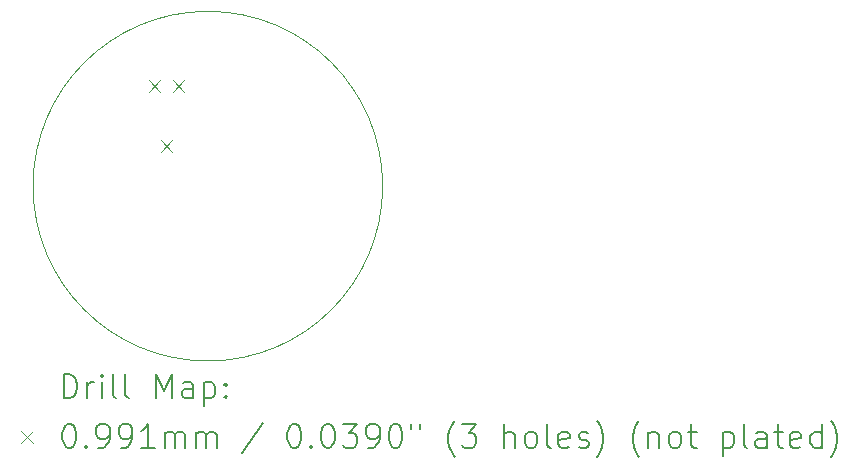
<source format=gbr>
%TF.GenerationSoftware,KiCad,Pcbnew,8.0.6*%
%TF.CreationDate,2025-07-21T23:48:52+02:00*%
%TF.ProjectId,nRF5340,6e524635-3334-4302-9e6b-696361645f70,rev?*%
%TF.SameCoordinates,Original*%
%TF.FileFunction,Drillmap*%
%TF.FilePolarity,Positive*%
%FSLAX45Y45*%
G04 Gerber Fmt 4.5, Leading zero omitted, Abs format (unit mm)*
G04 Created by KiCad (PCBNEW 8.0.6) date 2025-07-21 23:48:52*
%MOMM*%
%LPD*%
G01*
G04 APERTURE LIST*
%ADD10C,0.050000*%
%ADD11C,0.200000*%
%ADD12C,0.100000*%
G04 APERTURE END LIST*
D10*
X16492500Y-12377500D02*
G75*
G02*
X13532500Y-12377500I-1480000J0D01*
G01*
X13532500Y-12377500D02*
G75*
G02*
X16492500Y-12377500I1480000J0D01*
G01*
D11*
D12*
X14510370Y-11478470D02*
X14609430Y-11577530D01*
X14609430Y-11478470D02*
X14510370Y-11577530D01*
X14611970Y-11986470D02*
X14711030Y-12085530D01*
X14711030Y-11986470D02*
X14611970Y-12085530D01*
X14713570Y-11478470D02*
X14812630Y-11577530D01*
X14812630Y-11478470D02*
X14713570Y-11577530D01*
D11*
X13790777Y-14171484D02*
X13790777Y-13971484D01*
X13790777Y-13971484D02*
X13838396Y-13971484D01*
X13838396Y-13971484D02*
X13866967Y-13981008D01*
X13866967Y-13981008D02*
X13886015Y-14000055D01*
X13886015Y-14000055D02*
X13895539Y-14019103D01*
X13895539Y-14019103D02*
X13905062Y-14057198D01*
X13905062Y-14057198D02*
X13905062Y-14085769D01*
X13905062Y-14085769D02*
X13895539Y-14123865D01*
X13895539Y-14123865D02*
X13886015Y-14142912D01*
X13886015Y-14142912D02*
X13866967Y-14161960D01*
X13866967Y-14161960D02*
X13838396Y-14171484D01*
X13838396Y-14171484D02*
X13790777Y-14171484D01*
X13990777Y-14171484D02*
X13990777Y-14038150D01*
X13990777Y-14076246D02*
X14000301Y-14057198D01*
X14000301Y-14057198D02*
X14009824Y-14047674D01*
X14009824Y-14047674D02*
X14028872Y-14038150D01*
X14028872Y-14038150D02*
X14047920Y-14038150D01*
X14114586Y-14171484D02*
X14114586Y-14038150D01*
X14114586Y-13971484D02*
X14105062Y-13981008D01*
X14105062Y-13981008D02*
X14114586Y-13990531D01*
X14114586Y-13990531D02*
X14124110Y-13981008D01*
X14124110Y-13981008D02*
X14114586Y-13971484D01*
X14114586Y-13971484D02*
X14114586Y-13990531D01*
X14238396Y-14171484D02*
X14219348Y-14161960D01*
X14219348Y-14161960D02*
X14209824Y-14142912D01*
X14209824Y-14142912D02*
X14209824Y-13971484D01*
X14343158Y-14171484D02*
X14324110Y-14161960D01*
X14324110Y-14161960D02*
X14314586Y-14142912D01*
X14314586Y-14142912D02*
X14314586Y-13971484D01*
X14571729Y-14171484D02*
X14571729Y-13971484D01*
X14571729Y-13971484D02*
X14638396Y-14114341D01*
X14638396Y-14114341D02*
X14705062Y-13971484D01*
X14705062Y-13971484D02*
X14705062Y-14171484D01*
X14886015Y-14171484D02*
X14886015Y-14066722D01*
X14886015Y-14066722D02*
X14876491Y-14047674D01*
X14876491Y-14047674D02*
X14857443Y-14038150D01*
X14857443Y-14038150D02*
X14819348Y-14038150D01*
X14819348Y-14038150D02*
X14800301Y-14047674D01*
X14886015Y-14161960D02*
X14866967Y-14171484D01*
X14866967Y-14171484D02*
X14819348Y-14171484D01*
X14819348Y-14171484D02*
X14800301Y-14161960D01*
X14800301Y-14161960D02*
X14790777Y-14142912D01*
X14790777Y-14142912D02*
X14790777Y-14123865D01*
X14790777Y-14123865D02*
X14800301Y-14104817D01*
X14800301Y-14104817D02*
X14819348Y-14095293D01*
X14819348Y-14095293D02*
X14866967Y-14095293D01*
X14866967Y-14095293D02*
X14886015Y-14085769D01*
X14981253Y-14038150D02*
X14981253Y-14238150D01*
X14981253Y-14047674D02*
X15000301Y-14038150D01*
X15000301Y-14038150D02*
X15038396Y-14038150D01*
X15038396Y-14038150D02*
X15057443Y-14047674D01*
X15057443Y-14047674D02*
X15066967Y-14057198D01*
X15066967Y-14057198D02*
X15076491Y-14076246D01*
X15076491Y-14076246D02*
X15076491Y-14133388D01*
X15076491Y-14133388D02*
X15066967Y-14152436D01*
X15066967Y-14152436D02*
X15057443Y-14161960D01*
X15057443Y-14161960D02*
X15038396Y-14171484D01*
X15038396Y-14171484D02*
X15000301Y-14171484D01*
X15000301Y-14171484D02*
X14981253Y-14161960D01*
X15162205Y-14152436D02*
X15171729Y-14161960D01*
X15171729Y-14161960D02*
X15162205Y-14171484D01*
X15162205Y-14171484D02*
X15152682Y-14161960D01*
X15152682Y-14161960D02*
X15162205Y-14152436D01*
X15162205Y-14152436D02*
X15162205Y-14171484D01*
X15162205Y-14047674D02*
X15171729Y-14057198D01*
X15171729Y-14057198D02*
X15162205Y-14066722D01*
X15162205Y-14066722D02*
X15152682Y-14057198D01*
X15152682Y-14057198D02*
X15162205Y-14047674D01*
X15162205Y-14047674D02*
X15162205Y-14066722D01*
D12*
X13430940Y-14450470D02*
X13530000Y-14549530D01*
X13530000Y-14450470D02*
X13430940Y-14549530D01*
D11*
X13828872Y-14391484D02*
X13847920Y-14391484D01*
X13847920Y-14391484D02*
X13866967Y-14401008D01*
X13866967Y-14401008D02*
X13876491Y-14410531D01*
X13876491Y-14410531D02*
X13886015Y-14429579D01*
X13886015Y-14429579D02*
X13895539Y-14467674D01*
X13895539Y-14467674D02*
X13895539Y-14515293D01*
X13895539Y-14515293D02*
X13886015Y-14553388D01*
X13886015Y-14553388D02*
X13876491Y-14572436D01*
X13876491Y-14572436D02*
X13866967Y-14581960D01*
X13866967Y-14581960D02*
X13847920Y-14591484D01*
X13847920Y-14591484D02*
X13828872Y-14591484D01*
X13828872Y-14591484D02*
X13809824Y-14581960D01*
X13809824Y-14581960D02*
X13800301Y-14572436D01*
X13800301Y-14572436D02*
X13790777Y-14553388D01*
X13790777Y-14553388D02*
X13781253Y-14515293D01*
X13781253Y-14515293D02*
X13781253Y-14467674D01*
X13781253Y-14467674D02*
X13790777Y-14429579D01*
X13790777Y-14429579D02*
X13800301Y-14410531D01*
X13800301Y-14410531D02*
X13809824Y-14401008D01*
X13809824Y-14401008D02*
X13828872Y-14391484D01*
X13981253Y-14572436D02*
X13990777Y-14581960D01*
X13990777Y-14581960D02*
X13981253Y-14591484D01*
X13981253Y-14591484D02*
X13971729Y-14581960D01*
X13971729Y-14581960D02*
X13981253Y-14572436D01*
X13981253Y-14572436D02*
X13981253Y-14591484D01*
X14086015Y-14591484D02*
X14124110Y-14591484D01*
X14124110Y-14591484D02*
X14143158Y-14581960D01*
X14143158Y-14581960D02*
X14152682Y-14572436D01*
X14152682Y-14572436D02*
X14171729Y-14543865D01*
X14171729Y-14543865D02*
X14181253Y-14505769D01*
X14181253Y-14505769D02*
X14181253Y-14429579D01*
X14181253Y-14429579D02*
X14171729Y-14410531D01*
X14171729Y-14410531D02*
X14162205Y-14401008D01*
X14162205Y-14401008D02*
X14143158Y-14391484D01*
X14143158Y-14391484D02*
X14105062Y-14391484D01*
X14105062Y-14391484D02*
X14086015Y-14401008D01*
X14086015Y-14401008D02*
X14076491Y-14410531D01*
X14076491Y-14410531D02*
X14066967Y-14429579D01*
X14066967Y-14429579D02*
X14066967Y-14477198D01*
X14066967Y-14477198D02*
X14076491Y-14496246D01*
X14076491Y-14496246D02*
X14086015Y-14505769D01*
X14086015Y-14505769D02*
X14105062Y-14515293D01*
X14105062Y-14515293D02*
X14143158Y-14515293D01*
X14143158Y-14515293D02*
X14162205Y-14505769D01*
X14162205Y-14505769D02*
X14171729Y-14496246D01*
X14171729Y-14496246D02*
X14181253Y-14477198D01*
X14276491Y-14591484D02*
X14314586Y-14591484D01*
X14314586Y-14591484D02*
X14333634Y-14581960D01*
X14333634Y-14581960D02*
X14343158Y-14572436D01*
X14343158Y-14572436D02*
X14362205Y-14543865D01*
X14362205Y-14543865D02*
X14371729Y-14505769D01*
X14371729Y-14505769D02*
X14371729Y-14429579D01*
X14371729Y-14429579D02*
X14362205Y-14410531D01*
X14362205Y-14410531D02*
X14352682Y-14401008D01*
X14352682Y-14401008D02*
X14333634Y-14391484D01*
X14333634Y-14391484D02*
X14295539Y-14391484D01*
X14295539Y-14391484D02*
X14276491Y-14401008D01*
X14276491Y-14401008D02*
X14266967Y-14410531D01*
X14266967Y-14410531D02*
X14257443Y-14429579D01*
X14257443Y-14429579D02*
X14257443Y-14477198D01*
X14257443Y-14477198D02*
X14266967Y-14496246D01*
X14266967Y-14496246D02*
X14276491Y-14505769D01*
X14276491Y-14505769D02*
X14295539Y-14515293D01*
X14295539Y-14515293D02*
X14333634Y-14515293D01*
X14333634Y-14515293D02*
X14352682Y-14505769D01*
X14352682Y-14505769D02*
X14362205Y-14496246D01*
X14362205Y-14496246D02*
X14371729Y-14477198D01*
X14562205Y-14591484D02*
X14447920Y-14591484D01*
X14505062Y-14591484D02*
X14505062Y-14391484D01*
X14505062Y-14391484D02*
X14486015Y-14420055D01*
X14486015Y-14420055D02*
X14466967Y-14439103D01*
X14466967Y-14439103D02*
X14447920Y-14448627D01*
X14647920Y-14591484D02*
X14647920Y-14458150D01*
X14647920Y-14477198D02*
X14657443Y-14467674D01*
X14657443Y-14467674D02*
X14676491Y-14458150D01*
X14676491Y-14458150D02*
X14705063Y-14458150D01*
X14705063Y-14458150D02*
X14724110Y-14467674D01*
X14724110Y-14467674D02*
X14733634Y-14486722D01*
X14733634Y-14486722D02*
X14733634Y-14591484D01*
X14733634Y-14486722D02*
X14743158Y-14467674D01*
X14743158Y-14467674D02*
X14762205Y-14458150D01*
X14762205Y-14458150D02*
X14790777Y-14458150D01*
X14790777Y-14458150D02*
X14809824Y-14467674D01*
X14809824Y-14467674D02*
X14819348Y-14486722D01*
X14819348Y-14486722D02*
X14819348Y-14591484D01*
X14914586Y-14591484D02*
X14914586Y-14458150D01*
X14914586Y-14477198D02*
X14924110Y-14467674D01*
X14924110Y-14467674D02*
X14943158Y-14458150D01*
X14943158Y-14458150D02*
X14971729Y-14458150D01*
X14971729Y-14458150D02*
X14990777Y-14467674D01*
X14990777Y-14467674D02*
X15000301Y-14486722D01*
X15000301Y-14486722D02*
X15000301Y-14591484D01*
X15000301Y-14486722D02*
X15009824Y-14467674D01*
X15009824Y-14467674D02*
X15028872Y-14458150D01*
X15028872Y-14458150D02*
X15057443Y-14458150D01*
X15057443Y-14458150D02*
X15076491Y-14467674D01*
X15076491Y-14467674D02*
X15086015Y-14486722D01*
X15086015Y-14486722D02*
X15086015Y-14591484D01*
X15476491Y-14381960D02*
X15305063Y-14639103D01*
X15733634Y-14391484D02*
X15752682Y-14391484D01*
X15752682Y-14391484D02*
X15771729Y-14401008D01*
X15771729Y-14401008D02*
X15781253Y-14410531D01*
X15781253Y-14410531D02*
X15790777Y-14429579D01*
X15790777Y-14429579D02*
X15800301Y-14467674D01*
X15800301Y-14467674D02*
X15800301Y-14515293D01*
X15800301Y-14515293D02*
X15790777Y-14553388D01*
X15790777Y-14553388D02*
X15781253Y-14572436D01*
X15781253Y-14572436D02*
X15771729Y-14581960D01*
X15771729Y-14581960D02*
X15752682Y-14591484D01*
X15752682Y-14591484D02*
X15733634Y-14591484D01*
X15733634Y-14591484D02*
X15714586Y-14581960D01*
X15714586Y-14581960D02*
X15705063Y-14572436D01*
X15705063Y-14572436D02*
X15695539Y-14553388D01*
X15695539Y-14553388D02*
X15686015Y-14515293D01*
X15686015Y-14515293D02*
X15686015Y-14467674D01*
X15686015Y-14467674D02*
X15695539Y-14429579D01*
X15695539Y-14429579D02*
X15705063Y-14410531D01*
X15705063Y-14410531D02*
X15714586Y-14401008D01*
X15714586Y-14401008D02*
X15733634Y-14391484D01*
X15886015Y-14572436D02*
X15895539Y-14581960D01*
X15895539Y-14581960D02*
X15886015Y-14591484D01*
X15886015Y-14591484D02*
X15876491Y-14581960D01*
X15876491Y-14581960D02*
X15886015Y-14572436D01*
X15886015Y-14572436D02*
X15886015Y-14591484D01*
X16019348Y-14391484D02*
X16038396Y-14391484D01*
X16038396Y-14391484D02*
X16057444Y-14401008D01*
X16057444Y-14401008D02*
X16066967Y-14410531D01*
X16066967Y-14410531D02*
X16076491Y-14429579D01*
X16076491Y-14429579D02*
X16086015Y-14467674D01*
X16086015Y-14467674D02*
X16086015Y-14515293D01*
X16086015Y-14515293D02*
X16076491Y-14553388D01*
X16076491Y-14553388D02*
X16066967Y-14572436D01*
X16066967Y-14572436D02*
X16057444Y-14581960D01*
X16057444Y-14581960D02*
X16038396Y-14591484D01*
X16038396Y-14591484D02*
X16019348Y-14591484D01*
X16019348Y-14591484D02*
X16000301Y-14581960D01*
X16000301Y-14581960D02*
X15990777Y-14572436D01*
X15990777Y-14572436D02*
X15981253Y-14553388D01*
X15981253Y-14553388D02*
X15971729Y-14515293D01*
X15971729Y-14515293D02*
X15971729Y-14467674D01*
X15971729Y-14467674D02*
X15981253Y-14429579D01*
X15981253Y-14429579D02*
X15990777Y-14410531D01*
X15990777Y-14410531D02*
X16000301Y-14401008D01*
X16000301Y-14401008D02*
X16019348Y-14391484D01*
X16152682Y-14391484D02*
X16276491Y-14391484D01*
X16276491Y-14391484D02*
X16209825Y-14467674D01*
X16209825Y-14467674D02*
X16238396Y-14467674D01*
X16238396Y-14467674D02*
X16257444Y-14477198D01*
X16257444Y-14477198D02*
X16266967Y-14486722D01*
X16266967Y-14486722D02*
X16276491Y-14505769D01*
X16276491Y-14505769D02*
X16276491Y-14553388D01*
X16276491Y-14553388D02*
X16266967Y-14572436D01*
X16266967Y-14572436D02*
X16257444Y-14581960D01*
X16257444Y-14581960D02*
X16238396Y-14591484D01*
X16238396Y-14591484D02*
X16181253Y-14591484D01*
X16181253Y-14591484D02*
X16162206Y-14581960D01*
X16162206Y-14581960D02*
X16152682Y-14572436D01*
X16371729Y-14591484D02*
X16409825Y-14591484D01*
X16409825Y-14591484D02*
X16428872Y-14581960D01*
X16428872Y-14581960D02*
X16438396Y-14572436D01*
X16438396Y-14572436D02*
X16457444Y-14543865D01*
X16457444Y-14543865D02*
X16466967Y-14505769D01*
X16466967Y-14505769D02*
X16466967Y-14429579D01*
X16466967Y-14429579D02*
X16457444Y-14410531D01*
X16457444Y-14410531D02*
X16447920Y-14401008D01*
X16447920Y-14401008D02*
X16428872Y-14391484D01*
X16428872Y-14391484D02*
X16390777Y-14391484D01*
X16390777Y-14391484D02*
X16371729Y-14401008D01*
X16371729Y-14401008D02*
X16362206Y-14410531D01*
X16362206Y-14410531D02*
X16352682Y-14429579D01*
X16352682Y-14429579D02*
X16352682Y-14477198D01*
X16352682Y-14477198D02*
X16362206Y-14496246D01*
X16362206Y-14496246D02*
X16371729Y-14505769D01*
X16371729Y-14505769D02*
X16390777Y-14515293D01*
X16390777Y-14515293D02*
X16428872Y-14515293D01*
X16428872Y-14515293D02*
X16447920Y-14505769D01*
X16447920Y-14505769D02*
X16457444Y-14496246D01*
X16457444Y-14496246D02*
X16466967Y-14477198D01*
X16590777Y-14391484D02*
X16609825Y-14391484D01*
X16609825Y-14391484D02*
X16628872Y-14401008D01*
X16628872Y-14401008D02*
X16638396Y-14410531D01*
X16638396Y-14410531D02*
X16647920Y-14429579D01*
X16647920Y-14429579D02*
X16657444Y-14467674D01*
X16657444Y-14467674D02*
X16657444Y-14515293D01*
X16657444Y-14515293D02*
X16647920Y-14553388D01*
X16647920Y-14553388D02*
X16638396Y-14572436D01*
X16638396Y-14572436D02*
X16628872Y-14581960D01*
X16628872Y-14581960D02*
X16609825Y-14591484D01*
X16609825Y-14591484D02*
X16590777Y-14591484D01*
X16590777Y-14591484D02*
X16571729Y-14581960D01*
X16571729Y-14581960D02*
X16562206Y-14572436D01*
X16562206Y-14572436D02*
X16552682Y-14553388D01*
X16552682Y-14553388D02*
X16543158Y-14515293D01*
X16543158Y-14515293D02*
X16543158Y-14467674D01*
X16543158Y-14467674D02*
X16552682Y-14429579D01*
X16552682Y-14429579D02*
X16562206Y-14410531D01*
X16562206Y-14410531D02*
X16571729Y-14401008D01*
X16571729Y-14401008D02*
X16590777Y-14391484D01*
X16733634Y-14391484D02*
X16733634Y-14429579D01*
X16809825Y-14391484D02*
X16809825Y-14429579D01*
X17105063Y-14667674D02*
X17095539Y-14658150D01*
X17095539Y-14658150D02*
X17076491Y-14629579D01*
X17076491Y-14629579D02*
X17066968Y-14610531D01*
X17066968Y-14610531D02*
X17057444Y-14581960D01*
X17057444Y-14581960D02*
X17047920Y-14534341D01*
X17047920Y-14534341D02*
X17047920Y-14496246D01*
X17047920Y-14496246D02*
X17057444Y-14448627D01*
X17057444Y-14448627D02*
X17066968Y-14420055D01*
X17066968Y-14420055D02*
X17076491Y-14401008D01*
X17076491Y-14401008D02*
X17095539Y-14372436D01*
X17095539Y-14372436D02*
X17105063Y-14362912D01*
X17162206Y-14391484D02*
X17286015Y-14391484D01*
X17286015Y-14391484D02*
X17219349Y-14467674D01*
X17219349Y-14467674D02*
X17247920Y-14467674D01*
X17247920Y-14467674D02*
X17266968Y-14477198D01*
X17266968Y-14477198D02*
X17276491Y-14486722D01*
X17276491Y-14486722D02*
X17286015Y-14505769D01*
X17286015Y-14505769D02*
X17286015Y-14553388D01*
X17286015Y-14553388D02*
X17276491Y-14572436D01*
X17276491Y-14572436D02*
X17266968Y-14581960D01*
X17266968Y-14581960D02*
X17247920Y-14591484D01*
X17247920Y-14591484D02*
X17190777Y-14591484D01*
X17190777Y-14591484D02*
X17171730Y-14581960D01*
X17171730Y-14581960D02*
X17162206Y-14572436D01*
X17524111Y-14591484D02*
X17524111Y-14391484D01*
X17609825Y-14591484D02*
X17609825Y-14486722D01*
X17609825Y-14486722D02*
X17600301Y-14467674D01*
X17600301Y-14467674D02*
X17581253Y-14458150D01*
X17581253Y-14458150D02*
X17552682Y-14458150D01*
X17552682Y-14458150D02*
X17533634Y-14467674D01*
X17533634Y-14467674D02*
X17524111Y-14477198D01*
X17733634Y-14591484D02*
X17714587Y-14581960D01*
X17714587Y-14581960D02*
X17705063Y-14572436D01*
X17705063Y-14572436D02*
X17695539Y-14553388D01*
X17695539Y-14553388D02*
X17695539Y-14496246D01*
X17695539Y-14496246D02*
X17705063Y-14477198D01*
X17705063Y-14477198D02*
X17714587Y-14467674D01*
X17714587Y-14467674D02*
X17733634Y-14458150D01*
X17733634Y-14458150D02*
X17762206Y-14458150D01*
X17762206Y-14458150D02*
X17781253Y-14467674D01*
X17781253Y-14467674D02*
X17790777Y-14477198D01*
X17790777Y-14477198D02*
X17800301Y-14496246D01*
X17800301Y-14496246D02*
X17800301Y-14553388D01*
X17800301Y-14553388D02*
X17790777Y-14572436D01*
X17790777Y-14572436D02*
X17781253Y-14581960D01*
X17781253Y-14581960D02*
X17762206Y-14591484D01*
X17762206Y-14591484D02*
X17733634Y-14591484D01*
X17914587Y-14591484D02*
X17895539Y-14581960D01*
X17895539Y-14581960D02*
X17886015Y-14562912D01*
X17886015Y-14562912D02*
X17886015Y-14391484D01*
X18066968Y-14581960D02*
X18047920Y-14591484D01*
X18047920Y-14591484D02*
X18009825Y-14591484D01*
X18009825Y-14591484D02*
X17990777Y-14581960D01*
X17990777Y-14581960D02*
X17981253Y-14562912D01*
X17981253Y-14562912D02*
X17981253Y-14486722D01*
X17981253Y-14486722D02*
X17990777Y-14467674D01*
X17990777Y-14467674D02*
X18009825Y-14458150D01*
X18009825Y-14458150D02*
X18047920Y-14458150D01*
X18047920Y-14458150D02*
X18066968Y-14467674D01*
X18066968Y-14467674D02*
X18076492Y-14486722D01*
X18076492Y-14486722D02*
X18076492Y-14505769D01*
X18076492Y-14505769D02*
X17981253Y-14524817D01*
X18152682Y-14581960D02*
X18171730Y-14591484D01*
X18171730Y-14591484D02*
X18209825Y-14591484D01*
X18209825Y-14591484D02*
X18228873Y-14581960D01*
X18228873Y-14581960D02*
X18238396Y-14562912D01*
X18238396Y-14562912D02*
X18238396Y-14553388D01*
X18238396Y-14553388D02*
X18228873Y-14534341D01*
X18228873Y-14534341D02*
X18209825Y-14524817D01*
X18209825Y-14524817D02*
X18181253Y-14524817D01*
X18181253Y-14524817D02*
X18162206Y-14515293D01*
X18162206Y-14515293D02*
X18152682Y-14496246D01*
X18152682Y-14496246D02*
X18152682Y-14486722D01*
X18152682Y-14486722D02*
X18162206Y-14467674D01*
X18162206Y-14467674D02*
X18181253Y-14458150D01*
X18181253Y-14458150D02*
X18209825Y-14458150D01*
X18209825Y-14458150D02*
X18228873Y-14467674D01*
X18305063Y-14667674D02*
X18314587Y-14658150D01*
X18314587Y-14658150D02*
X18333634Y-14629579D01*
X18333634Y-14629579D02*
X18343158Y-14610531D01*
X18343158Y-14610531D02*
X18352682Y-14581960D01*
X18352682Y-14581960D02*
X18362206Y-14534341D01*
X18362206Y-14534341D02*
X18362206Y-14496246D01*
X18362206Y-14496246D02*
X18352682Y-14448627D01*
X18352682Y-14448627D02*
X18343158Y-14420055D01*
X18343158Y-14420055D02*
X18333634Y-14401008D01*
X18333634Y-14401008D02*
X18314587Y-14372436D01*
X18314587Y-14372436D02*
X18305063Y-14362912D01*
X18666968Y-14667674D02*
X18657444Y-14658150D01*
X18657444Y-14658150D02*
X18638396Y-14629579D01*
X18638396Y-14629579D02*
X18628873Y-14610531D01*
X18628873Y-14610531D02*
X18619349Y-14581960D01*
X18619349Y-14581960D02*
X18609825Y-14534341D01*
X18609825Y-14534341D02*
X18609825Y-14496246D01*
X18609825Y-14496246D02*
X18619349Y-14448627D01*
X18619349Y-14448627D02*
X18628873Y-14420055D01*
X18628873Y-14420055D02*
X18638396Y-14401008D01*
X18638396Y-14401008D02*
X18657444Y-14372436D01*
X18657444Y-14372436D02*
X18666968Y-14362912D01*
X18743158Y-14458150D02*
X18743158Y-14591484D01*
X18743158Y-14477198D02*
X18752682Y-14467674D01*
X18752682Y-14467674D02*
X18771730Y-14458150D01*
X18771730Y-14458150D02*
X18800301Y-14458150D01*
X18800301Y-14458150D02*
X18819349Y-14467674D01*
X18819349Y-14467674D02*
X18828873Y-14486722D01*
X18828873Y-14486722D02*
X18828873Y-14591484D01*
X18952682Y-14591484D02*
X18933634Y-14581960D01*
X18933634Y-14581960D02*
X18924111Y-14572436D01*
X18924111Y-14572436D02*
X18914587Y-14553388D01*
X18914587Y-14553388D02*
X18914587Y-14496246D01*
X18914587Y-14496246D02*
X18924111Y-14477198D01*
X18924111Y-14477198D02*
X18933634Y-14467674D01*
X18933634Y-14467674D02*
X18952682Y-14458150D01*
X18952682Y-14458150D02*
X18981254Y-14458150D01*
X18981254Y-14458150D02*
X19000301Y-14467674D01*
X19000301Y-14467674D02*
X19009825Y-14477198D01*
X19009825Y-14477198D02*
X19019349Y-14496246D01*
X19019349Y-14496246D02*
X19019349Y-14553388D01*
X19019349Y-14553388D02*
X19009825Y-14572436D01*
X19009825Y-14572436D02*
X19000301Y-14581960D01*
X19000301Y-14581960D02*
X18981254Y-14591484D01*
X18981254Y-14591484D02*
X18952682Y-14591484D01*
X19076492Y-14458150D02*
X19152682Y-14458150D01*
X19105063Y-14391484D02*
X19105063Y-14562912D01*
X19105063Y-14562912D02*
X19114587Y-14581960D01*
X19114587Y-14581960D02*
X19133634Y-14591484D01*
X19133634Y-14591484D02*
X19152682Y-14591484D01*
X19371730Y-14458150D02*
X19371730Y-14658150D01*
X19371730Y-14467674D02*
X19390777Y-14458150D01*
X19390777Y-14458150D02*
X19428873Y-14458150D01*
X19428873Y-14458150D02*
X19447920Y-14467674D01*
X19447920Y-14467674D02*
X19457444Y-14477198D01*
X19457444Y-14477198D02*
X19466968Y-14496246D01*
X19466968Y-14496246D02*
X19466968Y-14553388D01*
X19466968Y-14553388D02*
X19457444Y-14572436D01*
X19457444Y-14572436D02*
X19447920Y-14581960D01*
X19447920Y-14581960D02*
X19428873Y-14591484D01*
X19428873Y-14591484D02*
X19390777Y-14591484D01*
X19390777Y-14591484D02*
X19371730Y-14581960D01*
X19581254Y-14591484D02*
X19562206Y-14581960D01*
X19562206Y-14581960D02*
X19552682Y-14562912D01*
X19552682Y-14562912D02*
X19552682Y-14391484D01*
X19743158Y-14591484D02*
X19743158Y-14486722D01*
X19743158Y-14486722D02*
X19733635Y-14467674D01*
X19733635Y-14467674D02*
X19714587Y-14458150D01*
X19714587Y-14458150D02*
X19676492Y-14458150D01*
X19676492Y-14458150D02*
X19657444Y-14467674D01*
X19743158Y-14581960D02*
X19724111Y-14591484D01*
X19724111Y-14591484D02*
X19676492Y-14591484D01*
X19676492Y-14591484D02*
X19657444Y-14581960D01*
X19657444Y-14581960D02*
X19647920Y-14562912D01*
X19647920Y-14562912D02*
X19647920Y-14543865D01*
X19647920Y-14543865D02*
X19657444Y-14524817D01*
X19657444Y-14524817D02*
X19676492Y-14515293D01*
X19676492Y-14515293D02*
X19724111Y-14515293D01*
X19724111Y-14515293D02*
X19743158Y-14505769D01*
X19809825Y-14458150D02*
X19886015Y-14458150D01*
X19838396Y-14391484D02*
X19838396Y-14562912D01*
X19838396Y-14562912D02*
X19847920Y-14581960D01*
X19847920Y-14581960D02*
X19866968Y-14591484D01*
X19866968Y-14591484D02*
X19886015Y-14591484D01*
X20028873Y-14581960D02*
X20009825Y-14591484D01*
X20009825Y-14591484D02*
X19971730Y-14591484D01*
X19971730Y-14591484D02*
X19952682Y-14581960D01*
X19952682Y-14581960D02*
X19943158Y-14562912D01*
X19943158Y-14562912D02*
X19943158Y-14486722D01*
X19943158Y-14486722D02*
X19952682Y-14467674D01*
X19952682Y-14467674D02*
X19971730Y-14458150D01*
X19971730Y-14458150D02*
X20009825Y-14458150D01*
X20009825Y-14458150D02*
X20028873Y-14467674D01*
X20028873Y-14467674D02*
X20038396Y-14486722D01*
X20038396Y-14486722D02*
X20038396Y-14505769D01*
X20038396Y-14505769D02*
X19943158Y-14524817D01*
X20209825Y-14591484D02*
X20209825Y-14391484D01*
X20209825Y-14581960D02*
X20190777Y-14591484D01*
X20190777Y-14591484D02*
X20152682Y-14591484D01*
X20152682Y-14591484D02*
X20133635Y-14581960D01*
X20133635Y-14581960D02*
X20124111Y-14572436D01*
X20124111Y-14572436D02*
X20114587Y-14553388D01*
X20114587Y-14553388D02*
X20114587Y-14496246D01*
X20114587Y-14496246D02*
X20124111Y-14477198D01*
X20124111Y-14477198D02*
X20133635Y-14467674D01*
X20133635Y-14467674D02*
X20152682Y-14458150D01*
X20152682Y-14458150D02*
X20190777Y-14458150D01*
X20190777Y-14458150D02*
X20209825Y-14467674D01*
X20286016Y-14667674D02*
X20295539Y-14658150D01*
X20295539Y-14658150D02*
X20314587Y-14629579D01*
X20314587Y-14629579D02*
X20324111Y-14610531D01*
X20324111Y-14610531D02*
X20333635Y-14581960D01*
X20333635Y-14581960D02*
X20343158Y-14534341D01*
X20343158Y-14534341D02*
X20343158Y-14496246D01*
X20343158Y-14496246D02*
X20333635Y-14448627D01*
X20333635Y-14448627D02*
X20324111Y-14420055D01*
X20324111Y-14420055D02*
X20314587Y-14401008D01*
X20314587Y-14401008D02*
X20295539Y-14372436D01*
X20295539Y-14372436D02*
X20286016Y-14362912D01*
M02*

</source>
